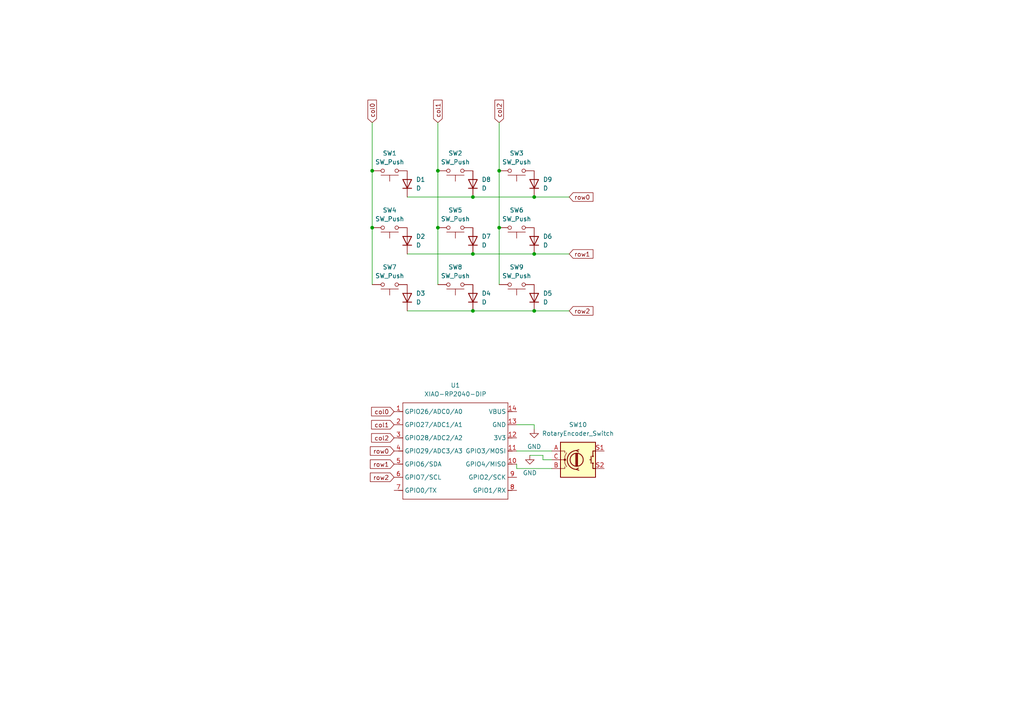
<source format=kicad_sch>
(kicad_sch (version 20250114) (generator "eeschema") (generator_version "9.0")
  (paper "A4")
  (lib_symbols
    (symbol "Device:D" (pin_numbers (hide yes)) (pin_names (offset 1.016) (hide yes))
      (property "Reference" "D" (at 0 2.54 0))
      (property "Value" "D" (at 0 -2.54 0))
      (symbol "D_0_1"
        (polyline (pts (xy -1.27 1.27) (xy -1.27 -1.27)) (stroke (width 0.254)))
        (polyline (pts (xy 1.27 1.27) (xy 1.27 -1.27) (xy -1.27 0) (xy 1.27 1.27)) (stroke (width 0.254)))
        (polyline (pts (xy 1.27 0) (xy -1.27 0)))
      )
      (symbol "D_1_1"
        (pin passive line (at -3.81 0 0) (length 2.54) (name "K") (number "1"))
        (pin passive line (at 3.81 0 180) (length 2.54) (name "A") (number "2"))
      )
    )
    (symbol "Device:RotaryEncoder_Switch" (pin_names (offset 0.254) (hide yes))
      (property "Reference" "SW" (at 0 6.604 0))
      (property "Value" "RotaryEncoder_Switch" (at 0 -6.604 0))
      (symbol "RotaryEncoder_Switch_0_1"
        (rectangle (start -5.08 5.08) (end 5.08 -5.08) (stroke (width 0.254)) (fill (type background)))
        (polyline (pts (xy -5.08 2.54) (xy -3.81 2.54) (xy -3.81 2.032)))
        (polyline (pts (xy -5.08 0) (xy -3.81 0) (xy -3.81 -1.016) (xy -3.302 -2.032)))
        (polyline (pts (xy -5.08 -2.54) (xy -3.81 -2.54) (xy -3.81 -2.032)))
        (polyline (pts (xy -4.318 0) (xy -3.81 0) (xy -3.81 1.016) (xy -3.302 2.032)))
        (circle (center -3.81 0) (radius 0.254) (fill (type outline)))
        (polyline (pts (xy -0.635 -1.778) (xy -0.635 1.778)) (stroke (width 0.254)))
        (circle (center -0.381 0) (radius 1.905) (stroke (width 0.254)))
        (polyline (pts (xy -0.381 -1.778) (xy -0.381 1.778)) (stroke (width 0.254)))
        (arc (start -0.381 -2.794) (mid -3.0988 -0.0635) (end -0.381 2.667) (stroke (width 0.254)))
        (polyline (pts (xy -0.127 1.778) (xy -0.127 -1.778)) (stroke (width 0.254)))
        (polyline (pts (xy 0.254 2.921) (xy -0.508 2.667) (xy 0.127 2.286)) (stroke (width 0.254)))
        (polyline (pts (xy 0.254 -3.048) (xy -0.508 -2.794) (xy 0.127 -2.413)) (stroke (width 0.254)))
        (polyline (pts (xy 3.81 1.016) (xy 3.81 -1.016)) (stroke (width 0.254)))
        (polyline (pts (xy 3.81 0) (xy 3.429 0)) (stroke (width 0.254)))
        (circle (center 4.318 1.016) (radius 0.127) (stroke (width 0.254)))
        (circle (center 4.318 -1.016) (radius 0.127) (stroke (width 0.254)))
        (polyline (pts (xy 5.08 2.54) (xy 4.318 2.54) (xy 4.318 1.016)) (stroke (width 0.254)))
        (polyline (pts (xy 5.08 -2.54) (xy 4.318 -2.54) (xy 4.318 -1.016)) (stroke (width 0.254)))
      )
      (symbol "RotaryEncoder_Switch_1_1"
        (pin passive line (at -7.62 2.54 0) (length 2.54) (name "A") (number "A"))
        (pin passive line (at -7.62 0 0) (length 2.54) (name "C") (number "C"))
        (pin passive line (at -7.62 -2.54 0) (length 2.54) (name "B") (number "B"))
        (pin passive line (at 7.62 2.54 180) (length 2.54) (name "S1") (number "S1"))
        (pin passive line (at 7.62 -2.54 180) (length 2.54) (name "S2") (number "S2"))
      )
    )
    (symbol "Seeed_Studio_XIAO_Series:XIAO-RP2040-DIP"
      (property "Reference" "U" (at 0 0 0))
      (property "Value" "XIAO-RP2040-DIP" (at 5.334 -1.778 0))
      (symbol "XIAO-RP2040-DIP_1_0"
        (polyline (pts (xy -1.27 -2.54) (xy 29.21 -2.54)) (stroke (width 0.1524)))
        (polyline (pts (xy -1.27 -5.08) (xy -2.54 -5.08)) (stroke (width 0.1524)))
        (polyline (pts (xy -1.27 -5.08) (xy -1.27 -2.54)) (stroke (width 0.1524)))
        (polyline (pts (xy -1.27 -8.89) (xy -2.54 -8.89)) (stroke (width 0.1524)))
        (polyline (pts (xy -1.27 -8.89) (xy -1.27 -5.08)) (stroke (width 0.1524)))
        (polyline (pts (xy -1.27 -12.7) (xy -2.54 -12.7)) (stroke (width 0.1524)))
        (polyline (pts (xy -1.27 -12.7) (xy -1.27 -8.89)) (stroke (width 0.1524)))
        (polyline (pts (xy -1.27 -16.51) (xy -2.54 -16.51)) (stroke (width 0.1524)))
        (polyline (pts (xy -1.27 -16.51) (xy -1.27 -12.7)) (stroke (width 0.1524)))
        (polyline (pts (xy -1.27 -20.32) (xy -2.54 -20.32)) (stroke (width 0.1524)))
        (polyline (pts (xy -1.27 -24.13) (xy -2.54 -24.13)) (stroke (width 0.1524)))
        (polyline (pts (xy -1.27 -27.94) (xy -2.54 -27.94)) (stroke (width 0.1524)))
        (polyline (pts (xy -1.27 -30.48) (xy -1.27 -16.51)) (stroke (width 0.1524)))
        (polyline (pts (xy 29.21 -2.54) (xy 29.21 -5.08)) (stroke (width 0.1524)))
        (polyline (pts (xy 29.21 -5.08) (xy 29.21 -8.89)) (stroke (width 0.1524)))
        (polyline (pts (xy 29.21 -8.89) (xy 29.21 -12.7)) (stroke (width 0.1524)))
        (polyline (pts (xy 29.21 -12.7) (xy 29.21 -30.48)) (stroke (width 0.1524)))
        (polyline (pts (xy 29.21 -30.48) (xy -1.27 -30.48)) (stroke (width 0.1524)))
        (polyline (pts (xy 30.48 -5.08) (xy 29.21 -5.08)) (stroke (width 0.1524)))
        (polyline (pts (xy 30.48 -8.89) (xy 29.21 -8.89)) (stroke (width 0.1524)))
        (polyline (pts (xy 30.48 -12.7) (xy 29.21 -12.7)) (stroke (width 0.1524)))
        (polyline (pts (xy 30.48 -16.51) (xy 29.21 -16.51)) (stroke (width 0.1524)))
        (polyline (pts (xy 30.48 -20.32) (xy 29.21 -20.32)) (stroke (width 0.1524)))
        (polyline (pts (xy 30.48 -24.13) (xy 29.21 -24.13)) (stroke (width 0.1524)))
        (polyline (pts (xy 30.48 -27.94) (xy 29.21 -27.94)) (stroke (width 0.1524)))
        (pin passive line (at -3.81 -5.08 0) (length 2.54) (name "GPIO26/ADC0/A0") (number "1"))
        (pin passive line (at -3.81 -8.89 0) (length 2.54) (name "GPIO27/ADC1/A1") (number "2"))
        (pin passive line (at -3.81 -12.7 0) (length 2.54) (name "GPIO28/ADC2/A2") (number "3"))
        (pin passive line (at -3.81 -16.51 0) (length 2.54) (name "GPIO29/ADC3/A3") (number "4"))
        (pin passive line (at -3.81 -20.32 0) (length 2.54) (name "GPIO6/SDA") (number "5"))
        (pin passive line (at -3.81 -24.13 0) (length 2.54) (name "GPIO7/SCL") (number "6"))
        (pin passive line (at -3.81 -27.94 0) (length 2.54) (name "GPIO0/TX") (number "7"))
        (pin passive line (at 31.75 -5.08 180) (length 2.54) (name "VBUS") (number "14"))
        (pin passive line (at 31.75 -8.89 180) (length 2.54) (name "GND") (number "13"))
        (pin passive line (at 31.75 -12.7 180) (length 2.54) (name "3V3") (number "12"))
        (pin passive line (at 31.75 -16.51 180) (length 2.54) (name "GPIO3/MOSI") (number "11"))
        (pin passive line (at 31.75 -20.32 180) (length 2.54) (name "GPIO4/MISO") (number "10"))
        (pin passive line (at 31.75 -24.13 180) (length 2.54) (name "GPIO2/SCK") (number "9"))
        (pin passive line (at 31.75 -27.94 180) (length 2.54) (name "GPIO1/RX") (number "8"))
      )
    )
    (symbol "Switch:SW_Push" (pin_numbers (hide yes)) (pin_names (offset 1.016) (hide yes))
      (property "Reference" "SW" (at 1.27 2.54 0))
      (property "Value" "SW_Push" (at 0 -1.524 0))
      (symbol "SW_Push_0_1"
        (circle (center -2.032 0) (radius 0.508))
        (polyline (pts (xy 0 1.27) (xy 0 3.048)))
        (circle (center 2.032 0) (radius 0.508))
        (polyline (pts (xy 2.54 1.27) (xy -2.54 1.27)))
        (pin passive line (at -5.08 0 0) (length 2.54) (name "1") (number "1"))
        (pin passive line (at 5.08 0 180) (length 2.54) (name "2") (number "2"))
      )
    )
    (symbol "power:GND" (power) (pin_numbers (hide yes)) (pin_names (offset 0) (hide yes))
      (property "Value" "GND" (at 0 -3.81 0))
      (symbol "GND_0_1"
        (polyline (pts (xy 0 0) (xy 0 -1.27) (xy 1.27 -1.27) (xy 0 -2.54) (xy -1.27 -1.27) (xy 0 -1.27)))
      )
      (symbol "GND_1_1"
        (pin power_in line (at 0 0 270) (length 0) (name "~") (number "1"))
      )
    )
  )
  (junction (at 154.94 73.66))
  (junction (at 127 66.04))
  (junction (at 137.16 73.66))
  (junction (at 137.16 57.15))
  (junction (at 144.78 66.04))
  (junction (at 154.94 90.17))
  (junction (at 144.78 49.53))
  (junction (at 154.94 57.15))
  (junction (at 107.95 49.53))
  (junction (at 107.95 66.04))
  (junction (at 137.16 90.17))
  (junction (at 127 49.53))
  (wire (pts (xy 137.16 73.66) (xy 154.94 73.66)))
  (wire (pts (xy 154.94 123.19) (xy 154.94 124.46)))
  (wire (pts (xy 107.95 49.53) (xy 107.95 66.04)))
  (wire (pts (xy 144.78 66.04) (xy 144.78 82.55)))
  (wire (pts (xy 137.16 90.17) (xy 154.94 90.17)))
  (wire (pts (xy 157.48 133.35) (xy 157.48 132.08)))
  (wire (pts (xy 144.78 49.53) (xy 144.78 66.04)))
  (wire (pts (xy 154.94 73.66) (xy 165.1 73.66)))
  (wire (pts (xy 154.94 57.15) (xy 165.1 57.15)))
  (wire (pts (xy 127 35.56) (xy 127 49.53)))
  (wire (pts (xy 149.86 135.89) (xy 160.02 135.89)))
  (wire (pts (xy 137.16 57.15) (xy 154.94 57.15)))
  (wire (pts (xy 107.95 66.04) (xy 107.95 82.55)))
  (wire (pts (xy 127 66.04) (xy 127 82.55)))
  (wire (pts (xy 118.11 57.15) (xy 137.16 57.15)))
  (wire (pts (xy 107.95 35.56) (xy 107.95 49.53)))
  (wire (pts (xy 118.11 73.66) (xy 137.16 73.66)))
  (wire (pts (xy 154.94 90.17) (xy 165.1 90.17)))
  (wire (pts (xy 118.11 90.17) (xy 137.16 90.17)))
  (wire (pts (xy 149.86 123.19) (xy 154.94 123.19)))
  (wire (pts (xy 149.86 134.62) (xy 149.86 135.89)))
  (wire (pts (xy 149.86 130.81) (xy 160.02 130.81)))
  (wire (pts (xy 127 49.53) (xy 127 66.04)))
  (wire (pts (xy 153.67 132.08) (xy 157.48 132.08)))
  (wire (pts (xy 160.02 133.35) (xy 157.48 133.35)))
  (wire (pts (xy 144.78 35.56) (xy 144.78 49.53)))
  (global_label "row1" (shape input) (at 165.1 73.66 0) (property "Intersheetrefs" "${INTERSHEET_REFS}" (effects (hide yes))))
  (global_label "row0" (shape input) (at 165.1 57.15 0) (property "Intersheetrefs" "${INTERSHEET_REFS}" (effects (hide yes))))
  (global_label "col1" (shape input) (at 127 35.56 90) (property "Intersheetrefs" "${INTERSHEET_REFS}" (effects (hide yes))))
  (global_label "row2" (shape input) (at 165.1 90.17 0) (property "Intersheetrefs" "${INTERSHEET_REFS}" (effects (hide yes))))
  (global_label "col0" (shape input) (at 114.3 119.38 180) (property "Intersheetrefs" "${INTERSHEET_REFS}" (effects (hide yes))))
  (global_label "row2" (shape input) (at 114.3 138.43 180) (property "Intersheetrefs" "${INTERSHEET_REFS}" (effects (hide yes))))
  (global_label "col1" (shape input) (at 114.3 123.19 180) (property "Intersheetrefs" "${INTERSHEET_REFS}" (effects (hide yes))))
  (global_label "col2" (shape input) (at 114.3 127 180) (property "Intersheetrefs" "${INTERSHEET_REFS}" (effects (hide yes))))
  (global_label "row0" (shape input) (at 114.3 130.81 180) (property "Intersheetrefs" "${INTERSHEET_REFS}" (effects (hide yes))))
  (global_label "col2" (shape input) (at 144.78 35.56 90) (property "Intersheetrefs" "${INTERSHEET_REFS}" (effects (hide yes))))
  (global_label "row1" (shape input) (at 114.3 134.62 180) (property "Intersheetrefs" "${INTERSHEET_REFS}" (effects (hide yes))))
  (global_label "col0" (shape input) (at 107.95 35.56 90) (property "Intersheetrefs" "${INTERSHEET_REFS}" (effects (hide yes))))
  (symbol (lib_id "Switch:SW_Push") (at 113.03 66.04 180) (unit 1)
    (property "Reference" "SW4" (at 113.03 60.96 0))
    (property "Value" "SW_Push" (at 113.03 63.5 0))
    (property "Footprint" "Button_Switch_Keyboard:SW_Cherry_MX_1.00u_PCB" (effects (hide yes)))
    (property "Description" "Push button switch, generic, two pins" (effects (hide yes)))
  )
  (symbol (lib_id "Seeed_Studio_XIAO_Series:XIAO-RP2040-DIP") (at 118.11 114.3 0) (unit 1)
    (property "Reference" "U1" (at 132.08 111.76 0))
    (property "Value" "XIAO-RP2040-DIP" (at 132.08 114.3 0))
    (property "Footprint" "temp:XIAO-RP2040-DIP" (effects (hide yes)))
  )
  (symbol (lib_id "Device:D") (at 137.16 53.34 90) (unit 1)
    (property "Reference" "D8" (at 139.7 52.0699 90) (effects (justify right)))
    (property "Value" "D" (at 139.7 54.6099 90) (effects (justify right)))
    (property "Footprint" "Diode_THT:D_T-1_P5.08mm_Horizontal" (effects (hide yes)))
    (property "Description" "Diode" (effects (hide yes)))
    (property "Sim.Device" "D" (effects (hide yes)))
    (property "Sim.Pins" "1=K 2=A" (effects (hide yes)))
  )
  (symbol (lib_id "Device:D") (at 118.11 53.34 90) (unit 1)
    (property "Reference" "D1" (at 120.65 52.0699 90) (effects (justify right)))
    (property "Value" "D" (at 120.65 54.6099 90) (effects (justify right)))
    (property "Footprint" "Diode_THT:D_T-1_P5.08mm_Horizontal" (effects (hide yes)))
    (property "Description" "Diode" (effects (hide yes)))
    (property "Sim.Device" "D" (effects (hide yes)))
    (property "Sim.Pins" "1=K 2=A" (effects (hide yes)))
  )
  (symbol (lib_id "Device:RotaryEncoder_Switch") (at 167.64 133.35 0) (unit 1)
    (property "Reference" "SW10" (at 167.64 123.19 0))
    (property "Value" "RotaryEncoder_Switch" (at 167.64 125.73 0))
    (property "Footprint" "Rotary_Encoder:RotaryEncoder_Alps_EC11E-Switch_Vertical_H20mm_CircularMountingHoles" (effects (hide yes)))
    (property "Description" "Rotary encoder, dual channel, incremental quadrate outputs, with switch" (effects (hide yes)))
  )
  (symbol (lib_id "Device:D") (at 118.11 69.85 90) (unit 1)
    (property "Reference" "D2" (at 120.65 68.5799 90) (effects (justify right)))
    (property "Value" "D" (at 120.65 71.1199 90) (effects (justify right)))
    (property "Footprint" "Diode_THT:D_T-1_P5.08mm_Horizontal" (effects (hide yes)))
    (property "Description" "Diode" (effects (hide yes)))
    (property "Sim.Device" "D" (effects (hide yes)))
    (property "Sim.Pins" "1=K 2=A" (effects (hide yes)))
  )
  (symbol (lib_id "Switch:SW_Push") (at 149.86 49.53 180) (unit 1)
    (property "Reference" "SW3" (at 149.86 44.45 0))
    (property "Value" "SW_Push" (at 149.86 46.99 0))
    (property "Footprint" "Button_Switch_Keyboard:SW_Cherry_MX_1.00u_PCB" (effects (hide yes)))
    (property "Description" "Push button switch, generic, two pins" (effects (hide yes)))
  )
  (symbol (lib_id "Switch:SW_Push") (at 132.08 49.53 180) (unit 1)
    (property "Reference" "SW2" (at 132.08 44.45 0))
    (property "Value" "SW_Push" (at 132.08 46.99 0))
    (property "Footprint" "Button_Switch_Keyboard:SW_Cherry_MX_1.00u_PCB" (effects (hide yes)))
    (property "Description" "Push button switch, generic, two pins" (effects (hide yes)))
  )
  (symbol (lib_id "Switch:SW_Push") (at 113.03 49.53 180) (unit 1)
    (property "Reference" "SW1" (at 113.03 44.45 0))
    (property "Value" "SW_Push" (at 113.03 46.99 0))
    (property "Footprint" "Button_Switch_Keyboard:SW_Cherry_MX_1.00u_PCB" (effects (hide yes)))
    (property "Description" "Push button switch, generic, two pins" (effects (hide yes)))
  )
  (symbol (lib_id "Switch:SW_Push") (at 132.08 82.55 180) (unit 1)
    (property "Reference" "SW8" (at 132.08 77.47 0))
    (property "Value" "SW_Push" (at 132.08 80.01 0))
    (property "Footprint" "Button_Switch_Keyboard:SW_Cherry_MX_1.00u_PCB" (effects (hide yes)))
    (property "Description" "Push button switch, generic, two pins" (effects (hide yes)))
  )
  (symbol (lib_id "Device:D") (at 154.94 53.34 90) (unit 1)
    (property "Reference" "D9" (at 157.48 52.0699 90) (effects (justify right)))
    (property "Value" "D" (at 157.48 54.6099 90) (effects (justify right)))
    (property "Footprint" "Diode_THT:D_T-1_P5.08mm_Horizontal" (effects (hide yes)))
    (property "Description" "Diode" (effects (hide yes)))
    (property "Sim.Device" "D" (effects (hide yes)))
    (property "Sim.Pins" "1=K 2=A" (effects (hide yes)))
  )
  (symbol (lib_id "Switch:SW_Push") (at 149.86 66.04 180) (unit 1)
    (property "Reference" "SW6" (at 149.86 60.96 0))
    (property "Value" "SW_Push" (at 149.86 63.5 0))
    (property "Footprint" "Button_Switch_Keyboard:SW_Cherry_MX_1.00u_PCB" (effects (hide yes)))
    (property "Description" "Push button switch, generic, two pins" (effects (hide yes)))
  )
  (symbol (lib_id "Device:D") (at 154.94 69.85 90) (unit 1)
    (property "Reference" "D6" (at 157.48 68.5799 90) (effects (justify right)))
    (property "Value" "D" (at 157.48 71.1199 90) (effects (justify right)))
    (property "Footprint" "Diode_THT:D_T-1_P5.08mm_Horizontal" (effects (hide yes)))
    (property "Description" "Diode" (effects (hide yes)))
    (property "Sim.Device" "D" (effects (hide yes)))
    (property "Sim.Pins" "1=K 2=A" (effects (hide yes)))
  )
  (symbol (lib_id "Device:D") (at 154.94 86.36 90) (unit 1)
    (property "Reference" "D5" (at 157.48 85.0899 90) (effects (justify right)))
    (property "Value" "D" (at 157.48 87.6299 90) (effects (justify right)))
    (property "Footprint" "Diode_THT:D_T-1_P5.08mm_Horizontal" (effects (hide yes)))
    (property "Description" "Diode" (effects (hide yes)))
    (property "Sim.Device" "D" (effects (hide yes)))
    (property "Sim.Pins" "1=K 2=A" (effects (hide yes)))
  )
  (symbol (lib_id "Device:D") (at 118.11 86.36 90) (unit 1)
    (property "Reference" "D3" (at 120.65 85.0899 90) (effects (justify right)))
    (property "Value" "D" (at 120.65 87.6299 90) (effects (justify right)))
    (property "Footprint" "Diode_THT:D_T-1_P5.08mm_Horizontal" (effects (hide yes)))
    (property "Description" "Diode" (effects (hide yes)))
    (property "Sim.Device" "D" (effects (hide yes)))
    (property "Sim.Pins" "1=K 2=A" (effects (hide yes)))
  )
  (symbol (lib_id "Switch:SW_Push") (at 149.86 82.55 180) (unit 1)
    (property "Reference" "SW9" (at 149.86 77.47 0))
    (property "Value" "SW_Push" (at 149.86 80.01 0))
    (property "Footprint" "Button_Switch_Keyboard:SW_Cherry_MX_1.00u_PCB" (effects (hide yes)))
    (property "Description" "Push button switch, generic, two pins" (effects (hide yes)))
  )
  (symbol (lib_id "Switch:SW_Push") (at 113.03 82.55 180) (unit 1)
    (property "Reference" "SW7" (at 113.03 77.47 0))
    (property "Value" "SW_Push" (at 113.03 80.01 0))
    (property "Footprint" "Button_Switch_Keyboard:SW_Cherry_MX_1.00u_PCB" (effects (hide yes)))
    (property "Description" "Push button switch, generic, two pins" (effects (hide yes)))
  )
  (symbol (lib_id "Switch:SW_Push") (at 132.08 66.04 180) (unit 1)
    (property "Reference" "SW5" (at 132.08 60.96 0))
    (property "Value" "SW_Push" (at 132.08 63.5 0))
    (property "Footprint" "Button_Switch_Keyboard:SW_Cherry_MX_1.00u_PCB" (effects (hide yes)))
    (property "Description" "Push button switch, generic, two pins" (effects (hide yes)))
  )
  (symbol (lib_id "power:GND") (at 153.67 132.08 0) (unit 1)
    (property "Reference" "#PWR01" (effects (hide yes)))
    (property "Value" "GND" (at 153.67 137.16 0))
    (property "Description" "Power symbol creates a global label with name \"GND\" , ground" (effects (hide yes)))
  )
  (symbol (lib_id "power:GND") (at 154.94 124.46 0) (unit 1)
    (property "Reference" "#PWR02" (effects (hide yes)))
    (property "Value" "GND" (at 154.94 129.54 0))
    (property "Description" "Power symbol creates a global label with name \"GND\" , ground" (effects (hide yes)))
  )
  (symbol (lib_id "Device:D") (at 137.16 69.85 90) (unit 1)
    (property "Reference" "D7" (at 139.7 68.5799 90) (effects (justify right)))
    (property "Value" "D" (at 139.7 71.1199 90) (effects (justify right)))
    (property "Footprint" "Diode_THT:D_T-1_P5.08mm_Horizontal" (effects (hide yes)))
    (property "Description" "Diode" (effects (hide yes)))
    (property "Sim.Device" "D" (effects (hide yes)))
    (property "Sim.Pins" "1=K 2=A" (effects (hide yes)))
  )
  (symbol (lib_id "Device:D") (at 137.16 86.36 90) (unit 1)
    (property "Reference" "D4" (at 139.7 85.0899 90) (effects (justify right)))
    (property "Value" "D" (at 139.7 87.6299 90) (effects (justify right)))
    (property "Footprint" "Diode_THT:D_T-1_P5.08mm_Horizontal" (effects (hide yes)))
    (property "Description" "Diode" (effects (hide yes)))
    (property "Sim.Device" "D" (effects (hide yes)))
    (property "Sim.Pins" "1=K 2=A" (effects (hide yes)))
  )
)
</source>
